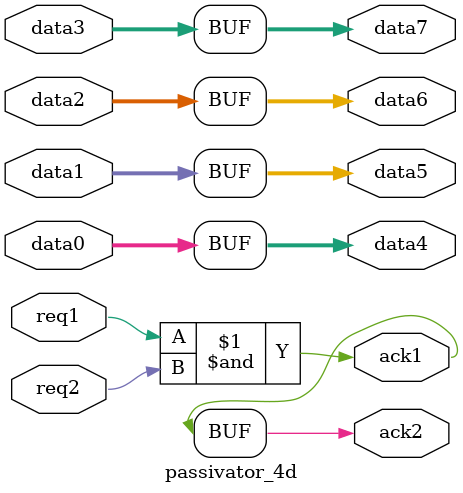
<source format=v>
`timescale 1ns / 1ps
module passivator_4d
  #(parameter DWIDTH = 8)
   (input req1,
    output ack1,
    input [0:DWIDTH-1] data0,
	 input [0:DWIDTH-1] data1,
	 input [0:DWIDTH-1] data2,
	 input [0:DWIDTH-1] data3,
    input req2,
    output ack2,
    output [0:DWIDTH-1] data4,
	 output [0:DWIDTH-1] data5,
	 output [0:DWIDTH-1] data6,
	 output [0:DWIDTH-1] data7);

    // Passivator behaviour
    assign ack1 = (req1 & req2);
    assign ack2 = ack1;
   
    // Data passthrough
    assign data4 = data0;
	 assign data5 = data1;
	 assign data6 = data2;
	 assign data7 = data3;
endmodule

</source>
